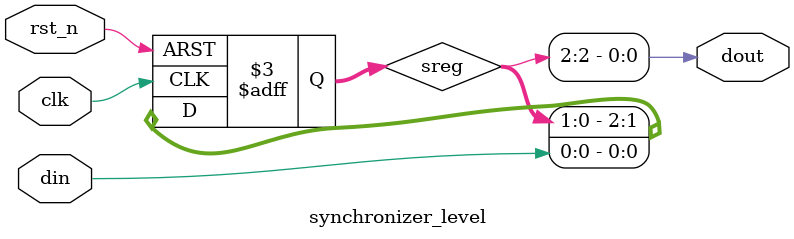
<source format=v>
module synchronizer_level ( input clk, input din, input rst_n,output dout);
reg [2:0] sreg;
always @(posedge clk or negedge rst_n) begin
    if (!rst_n) begin
        sreg <= 0;
    end else begin
        sreg <= {sreg[1:0],din};
    end
end
assign dout = sreg[2];
endmodule

</source>
